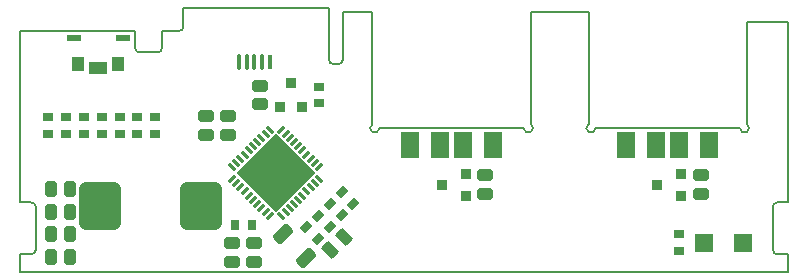
<source format=gtp>
G04*
G04 #@! TF.GenerationSoftware,Altium Limited,Altium Designer,20.2.7 (254)*
G04*
G04 Layer_Color=8421504*
%FSLAX43Y43*%
%MOMM*%
G71*
G04*
G04 #@! TF.SameCoordinates,2D86DA50-308A-4E10-9511-59D9385B8F58*
G04*
G04*
G04 #@! TF.FilePolarity,Positive*
G04*
G01*
G75*
%ADD12C,0.200*%
G04:AMPARAMS|DCode=16|XSize=1.35mm|YSize=0.95mm|CornerRadius=0.142mm|HoleSize=0mm|Usage=FLASHONLY|Rotation=0.000|XOffset=0mm|YOffset=0mm|HoleType=Round|Shape=RoundedRectangle|*
%AMROUNDEDRECTD16*
21,1,1.350,0.665,0,0,0.0*
21,1,1.065,0.950,0,0,0.0*
1,1,0.285,0.532,-0.333*
1,1,0.285,-0.532,-0.333*
1,1,0.285,-0.532,0.333*
1,1,0.285,0.532,0.333*
%
%ADD16ROUNDEDRECTD16*%
G04:AMPARAMS|DCode=17|XSize=1.35mm|YSize=0.95mm|CornerRadius=0.142mm|HoleSize=0mm|Usage=FLASHONLY|Rotation=270.000|XOffset=0mm|YOffset=0mm|HoleType=Round|Shape=RoundedRectangle|*
%AMROUNDEDRECTD17*
21,1,1.350,0.665,0,0,270.0*
21,1,1.065,0.950,0,0,270.0*
1,1,0.285,-0.333,-0.532*
1,1,0.285,-0.333,0.532*
1,1,0.285,0.333,0.532*
1,1,0.285,0.333,-0.532*
%
%ADD17ROUNDEDRECTD17*%
G04:AMPARAMS|DCode=18|XSize=0.9mm|YSize=0.7mm|CornerRadius=0.105mm|HoleSize=0mm|Usage=FLASHONLY|Rotation=45.000|XOffset=0mm|YOffset=0mm|HoleType=Round|Shape=RoundedRectangle|*
%AMROUNDEDRECTD18*
21,1,0.900,0.490,0,0,45.0*
21,1,0.690,0.700,0,0,45.0*
1,1,0.210,0.417,0.071*
1,1,0.210,-0.071,-0.417*
1,1,0.210,-0.417,-0.071*
1,1,0.210,0.071,0.417*
%
%ADD18ROUNDEDRECTD18*%
G04:AMPARAMS|DCode=19|XSize=0.9mm|YSize=0.7mm|CornerRadius=0.105mm|HoleSize=0mm|Usage=FLASHONLY|Rotation=180.000|XOffset=0mm|YOffset=0mm|HoleType=Round|Shape=RoundedRectangle|*
%AMROUNDEDRECTD19*
21,1,0.900,0.490,0,0,180.0*
21,1,0.690,0.700,0,0,180.0*
1,1,0.210,-0.345,0.245*
1,1,0.210,0.345,0.245*
1,1,0.210,0.345,-0.245*
1,1,0.210,-0.345,-0.245*
%
%ADD19ROUNDEDRECTD19*%
G04:AMPARAMS|DCode=20|XSize=0.9mm|YSize=0.9mm|CornerRadius=0.225mm|HoleSize=0mm|Usage=FLASHONLY|Rotation=270.000|XOffset=0mm|YOffset=0mm|HoleType=Round|Shape=RoundedRectangle|*
%AMROUNDEDRECTD20*
21,1,0.900,0.450,0,0,270.0*
21,1,0.450,0.900,0,0,270.0*
1,1,0.450,-0.225,-0.225*
1,1,0.450,-0.225,0.225*
1,1,0.450,0.225,0.225*
1,1,0.450,0.225,-0.225*
%
%ADD20ROUNDEDRECTD20*%
G04:AMPARAMS|DCode=21|XSize=1.7mm|YSize=1.05mm|CornerRadius=0.263mm|HoleSize=0mm|Usage=FLASHONLY|Rotation=45.000|XOffset=0mm|YOffset=0mm|HoleType=Round|Shape=RoundedRectangle|*
%AMROUNDEDRECTD21*
21,1,1.700,0.525,0,0,45.0*
21,1,1.175,1.050,0,0,45.0*
1,1,0.525,0.601,0.230*
1,1,0.525,-0.230,-0.601*
1,1,0.525,-0.601,-0.230*
1,1,0.525,0.230,0.601*
%
%ADD21ROUNDEDRECTD21*%
%ADD22P,6.675X4X90.0*%
G04:AMPARAMS|DCode=23|XSize=0.8mm|YSize=0.3mm|CornerRadius=0mm|HoleSize=0mm|Usage=FLASHONLY|Rotation=45.000|XOffset=0mm|YOffset=0mm|HoleType=Round|Shape=Rectangle|*
%AMROTATEDRECTD23*
4,1,4,-0.177,-0.389,-0.389,-0.177,0.177,0.389,0.389,0.177,-0.177,-0.389,0.0*
%
%ADD23ROTATEDRECTD23*%

G04:AMPARAMS|DCode=24|XSize=0.8mm|YSize=0.3mm|CornerRadius=0mm|HoleSize=0mm|Usage=FLASHONLY|Rotation=315.000|XOffset=0mm|YOffset=0mm|HoleType=Round|Shape=Rectangle|*
%AMROTATEDRECTD24*
4,1,4,-0.389,0.177,-0.177,0.389,0.389,-0.177,0.177,-0.389,-0.389,0.177,0.0*
%
%ADD24ROTATEDRECTD24*%

G04:AMPARAMS|DCode=25|XSize=1.3mm|YSize=0.42mm|CornerRadius=0.105mm|HoleSize=0mm|Usage=FLASHONLY|Rotation=90.000|XOffset=0mm|YOffset=0mm|HoleType=Round|Shape=RoundedRectangle|*
%AMROUNDEDRECTD25*
21,1,1.300,0.210,0,0,90.0*
21,1,1.090,0.420,0,0,90.0*
1,1,0.210,0.105,0.545*
1,1,0.210,0.105,-0.545*
1,1,0.210,-0.105,-0.545*
1,1,0.210,-0.105,0.545*
%
%ADD25ROUNDEDRECTD25*%
%ADD26R,0.420X1.300*%
G04:AMPARAMS|DCode=27|XSize=4mm|YSize=3.5mm|CornerRadius=0.455mm|HoleSize=0mm|Usage=FLASHONLY|Rotation=270.000|XOffset=0mm|YOffset=0mm|HoleType=Round|Shape=RoundedRectangle|*
%AMROUNDEDRECTD27*
21,1,4.000,2.590,0,0,270.0*
21,1,3.090,3.500,0,0,270.0*
1,1,0.910,-1.295,-1.545*
1,1,0.910,-1.295,1.545*
1,1,0.910,1.295,1.545*
1,1,0.910,1.295,-1.545*
%
%ADD27ROUNDEDRECTD27*%
%ADD28R,1.500X2.200*%
%ADD29R,1.600X1.000*%
%ADD30R,1.300X0.600*%
%ADD31R,1.000X1.200*%
G04:AMPARAMS|DCode=32|XSize=1.35mm|YSize=0.95mm|CornerRadius=0.142mm|HoleSize=0mm|Usage=FLASHONLY|Rotation=135.000|XOffset=0mm|YOffset=0mm|HoleType=Round|Shape=RoundedRectangle|*
%AMROUNDEDRECTD32*
21,1,1.350,0.665,0,0,135.0*
21,1,1.065,0.950,0,0,135.0*
1,1,0.285,-0.141,0.612*
1,1,0.285,0.612,-0.141*
1,1,0.285,0.141,-0.612*
1,1,0.285,-0.612,0.141*
%
%ADD32ROUNDEDRECTD32*%
G04:AMPARAMS|DCode=33|XSize=0.9mm|YSize=0.7mm|CornerRadius=0.105mm|HoleSize=0mm|Usage=FLASHONLY|Rotation=270.000|XOffset=0mm|YOffset=0mm|HoleType=Round|Shape=RoundedRectangle|*
%AMROUNDEDRECTD33*
21,1,0.900,0.490,0,0,270.0*
21,1,0.690,0.700,0,0,270.0*
1,1,0.210,-0.245,-0.345*
1,1,0.210,-0.245,0.345*
1,1,0.210,0.245,0.345*
1,1,0.210,0.245,-0.345*
%
%ADD33ROUNDEDRECTD33*%
G04:AMPARAMS|DCode=34|XSize=0.9mm|YSize=0.9mm|CornerRadius=0.225mm|HoleSize=0mm|Usage=FLASHONLY|Rotation=180.000|XOffset=0mm|YOffset=0mm|HoleType=Round|Shape=RoundedRectangle|*
%AMROUNDEDRECTD34*
21,1,0.900,0.450,0,0,180.0*
21,1,0.450,0.900,0,0,180.0*
1,1,0.450,-0.225,0.225*
1,1,0.450,0.225,0.225*
1,1,0.450,0.225,-0.225*
1,1,0.450,-0.225,-0.225*
%
%ADD34ROUNDEDRECTD34*%
%ADD35R,1.600X1.600*%
D12*
X900Y1500D02*
G03*
X1300Y1900I0J400D01*
G01*
X42600Y12200D02*
G03*
X43200Y12546I400J0D01*
G01*
X1300Y5500D02*
G03*
X900Y5900I-400J0D01*
G01*
X11600Y18600D02*
G03*
X12000Y19000I0J400D01*
G01*
X63700Y1900D02*
G03*
X64100Y1500I400J0D01*
G01*
Y5900D02*
G03*
X63700Y5500I0J-400D01*
G01*
X60900Y12200D02*
G03*
X61500Y12546I400J0D01*
G01*
X29800D02*
G03*
X30400Y12200I200J-346D01*
G01*
X26100Y18000D02*
G03*
X26500Y17600I400J0D01*
G01*
X48100Y12546D02*
G03*
X48700Y12200I200J-346D01*
G01*
X9700Y19000D02*
G03*
X10100Y18600I400J0D01*
G01*
X13400Y20400D02*
G03*
X13800Y20800I0J400D01*
G01*
X26900Y17600D02*
G03*
X27300Y18000I0J400D01*
G01*
X29800Y12546D02*
Y22000D01*
X27300D02*
X29800D01*
X61500Y12546D02*
Y21150D01*
X65000D01*
X64100Y5900D02*
X65000D01*
Y21150D01*
X0Y5900D02*
Y20400D01*
X65000Y0D02*
Y1500D01*
X26100Y18000D02*
Y22400D01*
X0Y0D02*
X65000D01*
X43200Y22000D02*
X48100D01*
X30400Y12200D02*
X42600D01*
X0Y20400D02*
X9700D01*
X12000D02*
X13400D01*
X0Y5900D02*
X900D01*
X12000Y19000D02*
Y20400D01*
X26500Y17600D02*
X26900D01*
X13800Y20800D02*
Y22400D01*
X63700Y1900D02*
Y5500D01*
X0Y0D02*
Y1500D01*
X48700Y12200D02*
X60900D01*
X0Y1500D02*
X900D01*
X48100Y12546D02*
Y22000D01*
X43200Y12546D02*
Y22000D01*
X9700Y19000D02*
Y20400D01*
X64100Y1500D02*
X65000D01*
X27300Y18000D02*
Y22000D01*
X1300Y1900D02*
Y5500D01*
X10100Y18600D02*
X11600D01*
X13800Y22400D02*
X26100D01*
D16*
X39300Y8200D02*
D03*
Y6600D02*
D03*
X19800Y900D02*
D03*
Y2500D02*
D03*
X17900D02*
D03*
Y900D02*
D03*
X15700Y11600D02*
D03*
Y13200D02*
D03*
X17600Y11600D02*
D03*
Y13200D02*
D03*
X20300Y14200D02*
D03*
Y15800D02*
D03*
X57600Y6600D02*
D03*
Y8200D02*
D03*
D17*
X2600Y1300D02*
D03*
X4200D02*
D03*
Y7000D02*
D03*
X2600D02*
D03*
Y3200D02*
D03*
X4200D02*
D03*
X2600Y5100D02*
D03*
X4200D02*
D03*
D18*
X28195Y5805D02*
D03*
X27205Y6795D02*
D03*
X25205Y4795D02*
D03*
X26195Y3805D02*
D03*
X27195Y4805D02*
D03*
X26205Y5795D02*
D03*
X24205Y3795D02*
D03*
X25195Y2805D02*
D03*
D19*
X2375Y11700D02*
D03*
Y13100D02*
D03*
X25300Y15700D02*
D03*
Y14300D02*
D03*
X11400Y13100D02*
D03*
Y11700D02*
D03*
X9900Y13100D02*
D03*
Y11700D02*
D03*
X8400Y13100D02*
D03*
Y11700D02*
D03*
X6900Y13100D02*
D03*
Y11700D02*
D03*
X5400Y13100D02*
D03*
Y11700D02*
D03*
X3875Y13100D02*
D03*
Y11700D02*
D03*
X55800Y1800D02*
D03*
Y3200D02*
D03*
D20*
X37700Y6450D02*
D03*
Y8350D02*
D03*
X35700Y7400D02*
D03*
X53900D02*
D03*
X55900Y8350D02*
D03*
Y6450D02*
D03*
D21*
X24208Y1192D02*
D03*
X22192Y3208D02*
D03*
D22*
X21599Y8393D02*
D03*
D23*
X22094Y12070D02*
D03*
X22447Y11716D02*
D03*
X22801Y11363D02*
D03*
X23154Y11009D02*
D03*
X23508Y10656D02*
D03*
X23861Y10302D02*
D03*
X24215Y9949D02*
D03*
X24568Y9595D02*
D03*
X24922Y9241D02*
D03*
X25275Y8888D02*
D03*
X21104Y4716D02*
D03*
X20750Y5069D02*
D03*
X20396Y5423D02*
D03*
X20043Y5777D02*
D03*
X19689Y6130D02*
D03*
X19336Y6484D02*
D03*
X18982Y6837D02*
D03*
X18629Y7191D02*
D03*
X18275Y7544D02*
D03*
X17922Y7898D02*
D03*
D24*
X25275D02*
D03*
X24922Y7544D02*
D03*
X24568Y7191D02*
D03*
X24215Y6837D02*
D03*
X23861Y6484D02*
D03*
X23508Y6130D02*
D03*
X23154Y5777D02*
D03*
X22801Y5423D02*
D03*
X22447Y5069D02*
D03*
X22094Y4716D02*
D03*
X17922Y8888D02*
D03*
X18275Y9241D02*
D03*
X18629Y9595D02*
D03*
X18982Y9949D02*
D03*
X19336Y10302D02*
D03*
X19689Y10656D02*
D03*
X20043Y11009D02*
D03*
X20396Y11363D02*
D03*
X20750Y11716D02*
D03*
X21104Y12070D02*
D03*
D25*
X18500Y17800D02*
D03*
X19800D02*
D03*
X20450D02*
D03*
X19150D02*
D03*
D26*
X21100D02*
D03*
D27*
X15250Y5600D02*
D03*
X6750D02*
D03*
D28*
X39999Y10800D02*
D03*
X37500D02*
D03*
X35500D02*
D03*
X32999D02*
D03*
X51299D02*
D03*
X53800D02*
D03*
X55800D02*
D03*
X58299D02*
D03*
D29*
X6600Y17300D02*
D03*
D30*
X4500Y19850D02*
D03*
X8700D02*
D03*
D31*
X8300Y17600D02*
D03*
X4900D02*
D03*
D32*
X27366Y2966D02*
D03*
X26234Y1834D02*
D03*
D33*
X19600Y4000D02*
D03*
X18200Y4000D02*
D03*
D34*
X21950Y14000D02*
D03*
X23850D02*
D03*
X22900Y16000D02*
D03*
D35*
X57900Y2500D02*
D03*
X61200D02*
D03*
M02*

</source>
